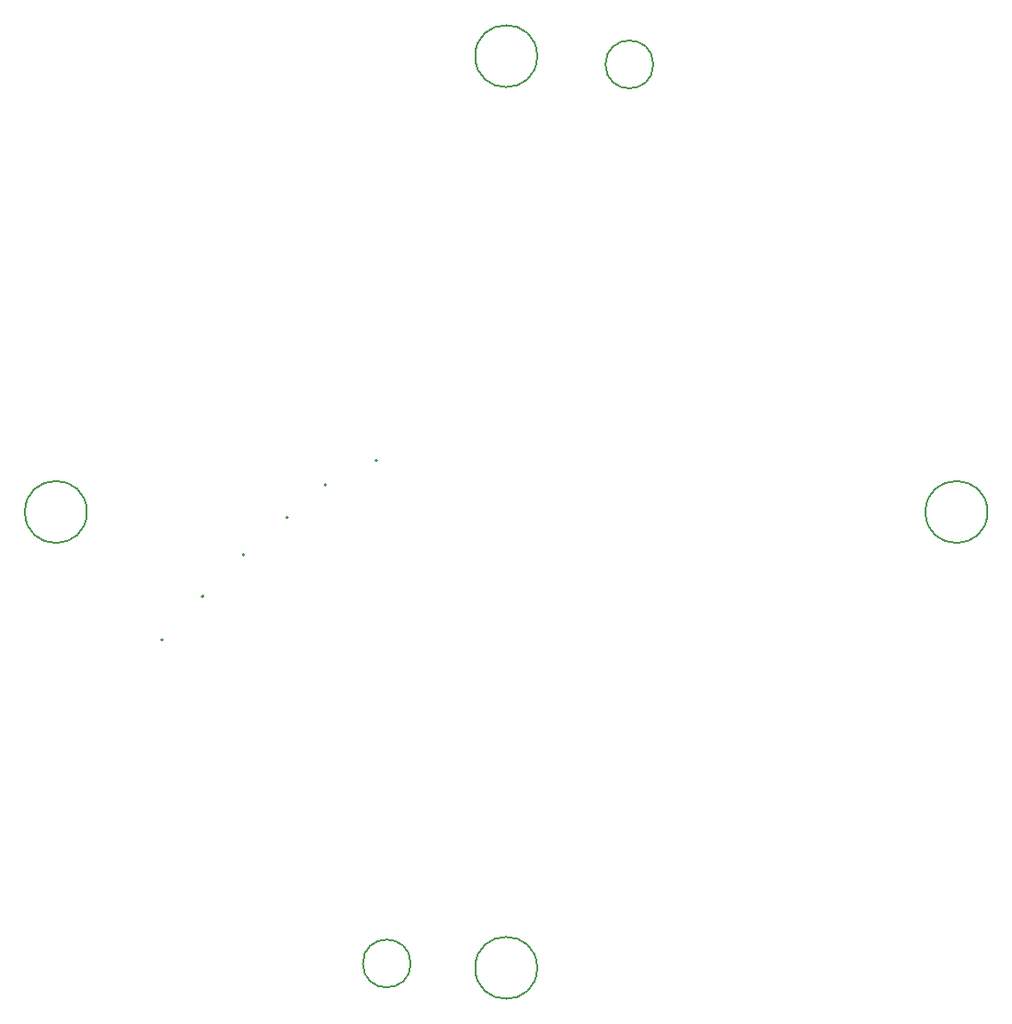
<source format=gbr>
%TF.GenerationSoftware,KiCad,Pcbnew,8.0.1-rc1*%
%TF.CreationDate,2024-03-31T01:12:23-05:00*%
%TF.ProjectId,dome_rgbwauv_pcb,646f6d65-5f72-4676-9277-6175765f7063,rev?*%
%TF.SameCoordinates,Original*%
%TF.FileFunction,Other,Comment*%
%FSLAX46Y46*%
G04 Gerber Fmt 4.6, Leading zero omitted, Abs format (unit mm)*
G04 Created by KiCad (PCBNEW 8.0.1-rc1) date 2024-03-31 01:12:23*
%MOMM*%
%LPD*%
G01*
G04 APERTURE LIST*
%ADD10C,0.200000*%
%ADD11C,0.150000*%
G04 APERTURE END LIST*
D10*
%TO.C,Q1*%
X114398044Y-94998659D02*
G75*
G02*
X114198044Y-94998659I-100000J0D01*
G01*
X114198044Y-94998659D02*
G75*
G02*
X114398044Y-94998659I100000J0D01*
G01*
%TO.C,Q2*%
X117898044Y-91998659D02*
G75*
G02*
X117698044Y-91998659I-100000J0D01*
G01*
X117698044Y-91998659D02*
G75*
G02*
X117898044Y-91998659I100000J0D01*
G01*
%TO.C,Q5*%
X102888044Y-106248659D02*
G75*
G02*
X102688044Y-106248659I-100000J0D01*
G01*
X102688044Y-106248659D02*
G75*
G02*
X102888044Y-106248659I100000J0D01*
G01*
D11*
%TO.C,REF\u002A\u002A*%
X137328144Y-52548659D02*
G75*
G02*
X131628144Y-52548659I-2850000J0D01*
G01*
X131628144Y-52548659D02*
G75*
G02*
X137328144Y-52548659I2850000J0D01*
G01*
X178768244Y-94496759D02*
G75*
G02*
X173068244Y-94496759I-2850000J0D01*
G01*
X173068244Y-94496759D02*
G75*
G02*
X178768244Y-94496759I2850000J0D01*
G01*
X95888044Y-94496759D02*
G75*
G02*
X90188044Y-94496759I-2850000J0D01*
G01*
X90188044Y-94496759D02*
G75*
G02*
X95888044Y-94496759I2850000J0D01*
G01*
D10*
%TO.C,Q6*%
X106638044Y-102248659D02*
G75*
G02*
X106438044Y-102248659I-100000J0D01*
G01*
X106438044Y-102248659D02*
G75*
G02*
X106638044Y-102248659I100000J0D01*
G01*
D11*
%TO.C,REF\u002A\u002A*%
X137328144Y-136444859D02*
G75*
G02*
X131628144Y-136444859I-2850000J0D01*
G01*
X131628144Y-136444859D02*
G75*
G02*
X137328144Y-136444859I2850000J0D01*
G01*
D10*
%TO.C,Q4*%
X110388044Y-98448659D02*
G75*
G02*
X110188044Y-98448659I-100000J0D01*
G01*
X110188044Y-98448659D02*
G75*
G02*
X110388044Y-98448659I100000J0D01*
G01*
%TO.C,Q3*%
X122638044Y-89748659D02*
G75*
G02*
X122438044Y-89748659I-100000J0D01*
G01*
X122438044Y-89748659D02*
G75*
G02*
X122638044Y-89748659I100000J0D01*
G01*
D11*
%TO.C,H1*%
X148020044Y-53307659D02*
G75*
G02*
X143620044Y-53307659I-2200000J0D01*
G01*
X143620044Y-53307659D02*
G75*
G02*
X148020044Y-53307659I2200000J0D01*
G01*
%TO.C,H2*%
X125686044Y-136043659D02*
G75*
G02*
X121286044Y-136043659I-2200000J0D01*
G01*
X121286044Y-136043659D02*
G75*
G02*
X125686044Y-136043659I2200000J0D01*
G01*
%TD*%
M02*

</source>
